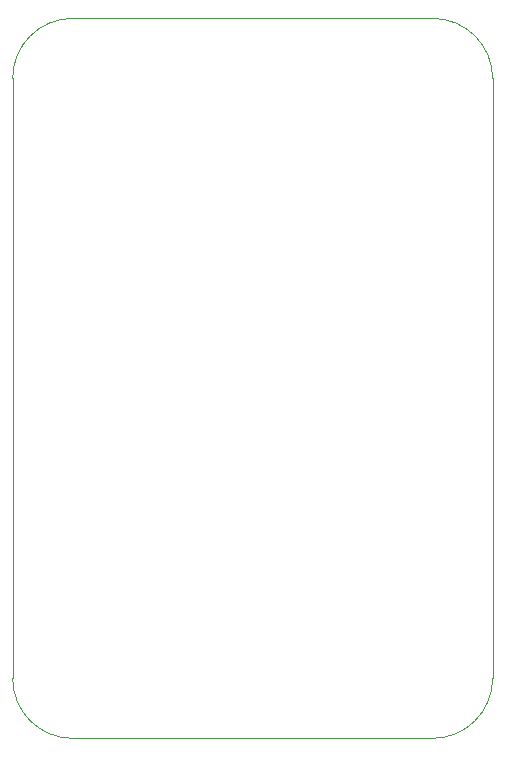
<source format=gm1>
G04 #@! TF.GenerationSoftware,KiCad,Pcbnew,(7.0.0-55-gb63d0a3138)*
G04 #@! TF.CreationDate,2023-04-02T22:04:30+02:00*
G04 #@! TF.ProjectId,SPI2WS2812,53504932-5753-4323-9831-322e6b696361,rev?*
G04 #@! TF.SameCoordinates,Original*
G04 #@! TF.FileFunction,Profile,NP*
%FSLAX46Y46*%
G04 Gerber Fmt 4.6, Leading zero omitted, Abs format (unit mm)*
G04 Created by KiCad (PCBNEW (7.0.0-55-gb63d0a3138)) date 2023-04-02 22:04:30*
%MOMM*%
%LPD*%
G01*
G04 APERTURE LIST*
G04 #@! TA.AperFunction,Profile*
%ADD10C,0.100000*%
G04 #@! TD*
G04 APERTURE END LIST*
D10*
X88900000Y-55880000D02*
X119380000Y-55880000D01*
X83820000Y-111760000D02*
G75*
G03*
X88900000Y-116840000I5080000J0D01*
G01*
X83820000Y-111760000D02*
X83820000Y-60960000D01*
X88900000Y-55880000D02*
G75*
G03*
X83820000Y-60960000I0J-5080000D01*
G01*
X119380000Y-116840000D02*
X88900000Y-116840000D01*
X119380000Y-116840000D02*
G75*
G03*
X124460000Y-111760000I0J5080000D01*
G01*
X124460000Y-60960000D02*
G75*
G03*
X119380000Y-55880000I-5080000J0D01*
G01*
X124460000Y-60960000D02*
X124460000Y-111760000D01*
M02*

</source>
